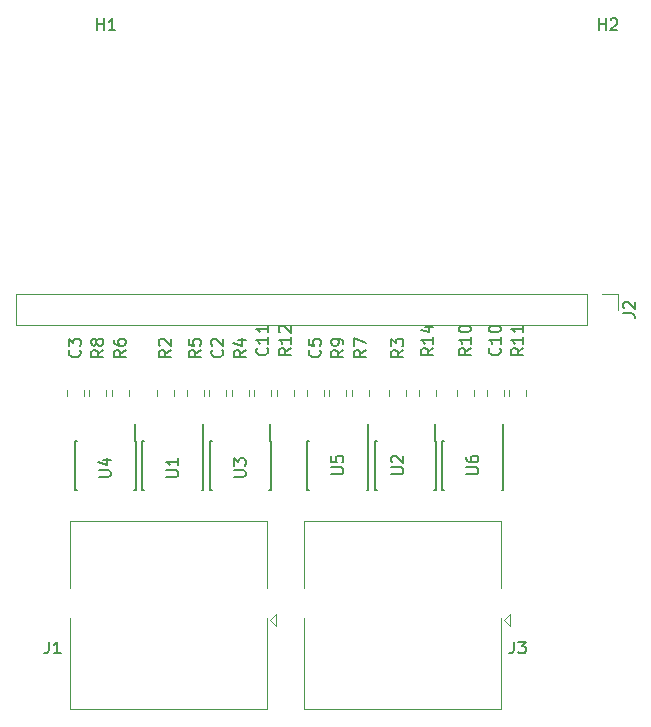
<source format=gbr>
G04 #@! TF.GenerationSoftware,KiCad,Pcbnew,(5.1.4-0)*
G04 #@! TF.CreationDate,2019-10-27T21:21:17-04:00*
G04 #@! TF.ProjectId,DifferentialSPIMaster,44696666-6572-4656-9e74-69616c535049,rev?*
G04 #@! TF.SameCoordinates,Original*
G04 #@! TF.FileFunction,Legend,Top*
G04 #@! TF.FilePolarity,Positive*
%FSLAX46Y46*%
G04 Gerber Fmt 4.6, Leading zero omitted, Abs format (unit mm)*
G04 Created by KiCad (PCBNEW (5.1.4-0)) date 2019-10-27 21:21:17*
%MOMM*%
%LPD*%
G04 APERTURE LIST*
%ADD10C,0.120000*%
%ADD11C,0.150000*%
G04 APERTURE END LIST*
D10*
X130115000Y-96343748D02*
X130115000Y-96866252D01*
X128695000Y-96343748D02*
X128695000Y-96866252D01*
X100270000Y-96866252D02*
X100270000Y-96343748D01*
X98850000Y-96866252D02*
X98850000Y-96343748D01*
X120590000Y-96871252D02*
X120590000Y-96348748D01*
X119170000Y-96871252D02*
X119170000Y-96348748D01*
X134410000Y-96871252D02*
X134410000Y-96348748D01*
X135830000Y-96871252D02*
X135830000Y-96348748D01*
X116145000Y-96866252D02*
X116145000Y-96343748D01*
X114725000Y-96866252D02*
X114725000Y-96343748D01*
D11*
X124360000Y-100640000D02*
X124310000Y-100640000D01*
X124360000Y-104790000D02*
X124215000Y-104790000D01*
X119210000Y-104790000D02*
X119355000Y-104790000D01*
X119210000Y-100640000D02*
X119355000Y-100640000D01*
X124360000Y-100640000D02*
X124360000Y-104790000D01*
X119210000Y-100640000D02*
X119210000Y-104790000D01*
X124310000Y-100640000D02*
X124310000Y-99240000D01*
X135740000Y-100640000D02*
X135740000Y-99240000D01*
X130640000Y-100640000D02*
X130640000Y-104790000D01*
X135790000Y-100640000D02*
X135790000Y-104790000D01*
X130640000Y-100640000D02*
X130785000Y-100640000D01*
X130640000Y-104790000D02*
X130785000Y-104790000D01*
X135790000Y-104790000D02*
X135645000Y-104790000D01*
X135790000Y-100640000D02*
X135740000Y-100640000D01*
D10*
X121075000Y-96866252D02*
X121075000Y-96343748D01*
X122495000Y-96866252D02*
X122495000Y-96343748D01*
X118050000Y-96866252D02*
X118050000Y-96343748D01*
X116630000Y-96866252D02*
X116630000Y-96343748D01*
X136315000Y-96871252D02*
X136315000Y-96348748D01*
X137735000Y-96871252D02*
X137735000Y-96348748D01*
X131870000Y-96348748D02*
X131870000Y-96871252D01*
X133290000Y-96348748D02*
X133290000Y-96871252D01*
X100755000Y-96871252D02*
X100755000Y-96348748D01*
X102175000Y-96871252D02*
X102175000Y-96348748D01*
X124400000Y-96343748D02*
X124400000Y-96866252D01*
X122980000Y-96343748D02*
X122980000Y-96866252D01*
D11*
X104625000Y-100640000D02*
X104625000Y-99240000D01*
X99525000Y-100640000D02*
X99525000Y-104790000D01*
X104675000Y-100640000D02*
X104675000Y-104790000D01*
X99525000Y-100640000D02*
X99670000Y-100640000D01*
X99525000Y-104790000D02*
X99670000Y-104790000D01*
X104675000Y-104790000D02*
X104530000Y-104790000D01*
X104675000Y-100640000D02*
X104625000Y-100640000D01*
D10*
X102660000Y-96343748D02*
X102660000Y-96866252D01*
X104080000Y-96343748D02*
X104080000Y-96866252D01*
D11*
X130025000Y-100640000D02*
X130025000Y-99240000D01*
X124925000Y-100640000D02*
X124925000Y-104790000D01*
X130075000Y-100640000D02*
X130075000Y-104790000D01*
X124925000Y-100640000D02*
X125070000Y-100640000D01*
X124925000Y-104790000D02*
X125070000Y-104790000D01*
X130075000Y-104790000D02*
X129930000Y-104790000D01*
X130075000Y-100640000D02*
X130025000Y-100640000D01*
D10*
X136339000Y-116288000D02*
X135839000Y-115788000D01*
X136339000Y-115288000D02*
X136339000Y-116288000D01*
X135839000Y-115788000D02*
X136339000Y-115288000D01*
X118959000Y-107473000D02*
X118959000Y-113148000D01*
X135599000Y-107473000D02*
X135599000Y-113148000D01*
X135599000Y-107473000D02*
X118959000Y-107473000D01*
X118959000Y-123353000D02*
X118959000Y-115648000D01*
X135599000Y-123353000D02*
X135599000Y-115648000D01*
X135599000Y-123353000D02*
X118959000Y-123353000D01*
X112335000Y-96343748D02*
X112335000Y-96866252D01*
X110915000Y-96343748D02*
X110915000Y-96866252D01*
X116527000Y-116288000D02*
X116027000Y-115788000D01*
X116527000Y-115288000D02*
X116527000Y-116288000D01*
X116027000Y-115788000D02*
X116527000Y-115288000D01*
X99147000Y-107473000D02*
X99147000Y-113148000D01*
X115787000Y-107473000D02*
X115787000Y-113148000D01*
X115787000Y-107473000D02*
X99147000Y-107473000D01*
X99147000Y-123353000D02*
X99147000Y-115648000D01*
X115787000Y-123353000D02*
X115787000Y-115648000D01*
X115787000Y-123353000D02*
X99147000Y-123353000D01*
X94555000Y-88205000D02*
X94555000Y-90865000D01*
X142875000Y-88205000D02*
X94555000Y-88205000D01*
X142875000Y-90865000D02*
X94555000Y-90865000D01*
X142875000Y-88205000D02*
X142875000Y-90865000D01*
X144145000Y-88205000D02*
X145475000Y-88205000D01*
X145475000Y-88205000D02*
X145475000Y-89535000D01*
X106470000Y-96866252D02*
X106470000Y-96343748D01*
X107890000Y-96866252D02*
X107890000Y-96343748D01*
X126155000Y-96866252D02*
X126155000Y-96343748D01*
X127575000Y-96866252D02*
X127575000Y-96343748D01*
X112820000Y-96348748D02*
X112820000Y-96871252D01*
X114240000Y-96348748D02*
X114240000Y-96871252D01*
X109010000Y-96343748D02*
X109010000Y-96866252D01*
X110430000Y-96343748D02*
X110430000Y-96866252D01*
D11*
X110340000Y-100640000D02*
X110340000Y-99240000D01*
X105240000Y-100640000D02*
X105240000Y-104790000D01*
X110390000Y-100640000D02*
X110390000Y-104790000D01*
X105240000Y-100640000D02*
X105385000Y-100640000D01*
X105240000Y-104790000D02*
X105385000Y-104790000D01*
X110390000Y-104790000D02*
X110245000Y-104790000D01*
X110390000Y-100640000D02*
X110340000Y-100640000D01*
X116105000Y-100640000D02*
X116055000Y-100640000D01*
X116105000Y-104790000D02*
X115960000Y-104790000D01*
X110955000Y-104790000D02*
X111100000Y-104790000D01*
X110955000Y-100640000D02*
X111100000Y-100640000D01*
X116105000Y-100640000D02*
X116105000Y-104790000D01*
X110955000Y-100640000D02*
X110955000Y-104790000D01*
X116055000Y-100640000D02*
X116055000Y-99240000D01*
X129857380Y-92802857D02*
X129381190Y-93136190D01*
X129857380Y-93374285D02*
X128857380Y-93374285D01*
X128857380Y-92993333D01*
X128905000Y-92898095D01*
X128952619Y-92850476D01*
X129047857Y-92802857D01*
X129190714Y-92802857D01*
X129285952Y-92850476D01*
X129333571Y-92898095D01*
X129381190Y-92993333D01*
X129381190Y-93374285D01*
X129857380Y-91850476D02*
X129857380Y-92421904D01*
X129857380Y-92136190D02*
X128857380Y-92136190D01*
X129000238Y-92231428D01*
X129095476Y-92326666D01*
X129143095Y-92421904D01*
X129190714Y-90993333D02*
X129857380Y-90993333D01*
X128809761Y-91231428D02*
X129524047Y-91469523D01*
X129524047Y-90850476D01*
X99917142Y-92961666D02*
X99964761Y-93009285D01*
X100012380Y-93152142D01*
X100012380Y-93247380D01*
X99964761Y-93390238D01*
X99869523Y-93485476D01*
X99774285Y-93533095D01*
X99583809Y-93580714D01*
X99440952Y-93580714D01*
X99250476Y-93533095D01*
X99155238Y-93485476D01*
X99060000Y-93390238D01*
X99012380Y-93247380D01*
X99012380Y-93152142D01*
X99060000Y-93009285D01*
X99107619Y-92961666D01*
X99012380Y-92628333D02*
X99012380Y-92009285D01*
X99393333Y-92342619D01*
X99393333Y-92199761D01*
X99440952Y-92104523D01*
X99488571Y-92056904D01*
X99583809Y-92009285D01*
X99821904Y-92009285D01*
X99917142Y-92056904D01*
X99964761Y-92104523D01*
X100012380Y-92199761D01*
X100012380Y-92485476D01*
X99964761Y-92580714D01*
X99917142Y-92628333D01*
X120237142Y-92961666D02*
X120284761Y-93009285D01*
X120332380Y-93152142D01*
X120332380Y-93247380D01*
X120284761Y-93390238D01*
X120189523Y-93485476D01*
X120094285Y-93533095D01*
X119903809Y-93580714D01*
X119760952Y-93580714D01*
X119570476Y-93533095D01*
X119475238Y-93485476D01*
X119380000Y-93390238D01*
X119332380Y-93247380D01*
X119332380Y-93152142D01*
X119380000Y-93009285D01*
X119427619Y-92961666D01*
X119332380Y-92056904D02*
X119332380Y-92533095D01*
X119808571Y-92580714D01*
X119760952Y-92533095D01*
X119713333Y-92437857D01*
X119713333Y-92199761D01*
X119760952Y-92104523D01*
X119808571Y-92056904D01*
X119903809Y-92009285D01*
X120141904Y-92009285D01*
X120237142Y-92056904D01*
X120284761Y-92104523D01*
X120332380Y-92199761D01*
X120332380Y-92437857D01*
X120284761Y-92533095D01*
X120237142Y-92580714D01*
X135477142Y-92802857D02*
X135524761Y-92850476D01*
X135572380Y-92993333D01*
X135572380Y-93088571D01*
X135524761Y-93231428D01*
X135429523Y-93326666D01*
X135334285Y-93374285D01*
X135143809Y-93421904D01*
X135000952Y-93421904D01*
X134810476Y-93374285D01*
X134715238Y-93326666D01*
X134620000Y-93231428D01*
X134572380Y-93088571D01*
X134572380Y-92993333D01*
X134620000Y-92850476D01*
X134667619Y-92802857D01*
X135572380Y-91850476D02*
X135572380Y-92421904D01*
X135572380Y-92136190D02*
X134572380Y-92136190D01*
X134715238Y-92231428D01*
X134810476Y-92326666D01*
X134858095Y-92421904D01*
X134572380Y-91231428D02*
X134572380Y-91136190D01*
X134620000Y-91040952D01*
X134667619Y-90993333D01*
X134762857Y-90945714D01*
X134953333Y-90898095D01*
X135191428Y-90898095D01*
X135381904Y-90945714D01*
X135477142Y-90993333D01*
X135524761Y-91040952D01*
X135572380Y-91136190D01*
X135572380Y-91231428D01*
X135524761Y-91326666D01*
X135477142Y-91374285D01*
X135381904Y-91421904D01*
X135191428Y-91469523D01*
X134953333Y-91469523D01*
X134762857Y-91421904D01*
X134667619Y-91374285D01*
X134620000Y-91326666D01*
X134572380Y-91231428D01*
X115792142Y-92802857D02*
X115839761Y-92850476D01*
X115887380Y-92993333D01*
X115887380Y-93088571D01*
X115839761Y-93231428D01*
X115744523Y-93326666D01*
X115649285Y-93374285D01*
X115458809Y-93421904D01*
X115315952Y-93421904D01*
X115125476Y-93374285D01*
X115030238Y-93326666D01*
X114935000Y-93231428D01*
X114887380Y-93088571D01*
X114887380Y-92993333D01*
X114935000Y-92850476D01*
X114982619Y-92802857D01*
X115887380Y-91850476D02*
X115887380Y-92421904D01*
X115887380Y-92136190D02*
X114887380Y-92136190D01*
X115030238Y-92231428D01*
X115125476Y-92326666D01*
X115173095Y-92421904D01*
X115887380Y-90898095D02*
X115887380Y-91469523D01*
X115887380Y-91183809D02*
X114887380Y-91183809D01*
X115030238Y-91279047D01*
X115125476Y-91374285D01*
X115173095Y-91469523D01*
X121237380Y-103476904D02*
X122046904Y-103476904D01*
X122142142Y-103429285D01*
X122189761Y-103381666D01*
X122237380Y-103286428D01*
X122237380Y-103095952D01*
X122189761Y-103000714D01*
X122142142Y-102953095D01*
X122046904Y-102905476D01*
X121237380Y-102905476D01*
X121237380Y-101953095D02*
X121237380Y-102429285D01*
X121713571Y-102476904D01*
X121665952Y-102429285D01*
X121618333Y-102334047D01*
X121618333Y-102095952D01*
X121665952Y-102000714D01*
X121713571Y-101953095D01*
X121808809Y-101905476D01*
X122046904Y-101905476D01*
X122142142Y-101953095D01*
X122189761Y-102000714D01*
X122237380Y-102095952D01*
X122237380Y-102334047D01*
X122189761Y-102429285D01*
X122142142Y-102476904D01*
X132667380Y-103476904D02*
X133476904Y-103476904D01*
X133572142Y-103429285D01*
X133619761Y-103381666D01*
X133667380Y-103286428D01*
X133667380Y-103095952D01*
X133619761Y-103000714D01*
X133572142Y-102953095D01*
X133476904Y-102905476D01*
X132667380Y-102905476D01*
X132667380Y-102000714D02*
X132667380Y-102191190D01*
X132715000Y-102286428D01*
X132762619Y-102334047D01*
X132905476Y-102429285D01*
X133095952Y-102476904D01*
X133476904Y-102476904D01*
X133572142Y-102429285D01*
X133619761Y-102381666D01*
X133667380Y-102286428D01*
X133667380Y-102095952D01*
X133619761Y-102000714D01*
X133572142Y-101953095D01*
X133476904Y-101905476D01*
X133238809Y-101905476D01*
X133143571Y-101953095D01*
X133095952Y-102000714D01*
X133048333Y-102095952D01*
X133048333Y-102286428D01*
X133095952Y-102381666D01*
X133143571Y-102429285D01*
X133238809Y-102476904D01*
X122237380Y-92961666D02*
X121761190Y-93295000D01*
X122237380Y-93533095D02*
X121237380Y-93533095D01*
X121237380Y-93152142D01*
X121285000Y-93056904D01*
X121332619Y-93009285D01*
X121427857Y-92961666D01*
X121570714Y-92961666D01*
X121665952Y-93009285D01*
X121713571Y-93056904D01*
X121761190Y-93152142D01*
X121761190Y-93533095D01*
X122237380Y-92485476D02*
X122237380Y-92295000D01*
X122189761Y-92199761D01*
X122142142Y-92152142D01*
X121999285Y-92056904D01*
X121808809Y-92009285D01*
X121427857Y-92009285D01*
X121332619Y-92056904D01*
X121285000Y-92104523D01*
X121237380Y-92199761D01*
X121237380Y-92390238D01*
X121285000Y-92485476D01*
X121332619Y-92533095D01*
X121427857Y-92580714D01*
X121665952Y-92580714D01*
X121761190Y-92533095D01*
X121808809Y-92485476D01*
X121856428Y-92390238D01*
X121856428Y-92199761D01*
X121808809Y-92104523D01*
X121761190Y-92056904D01*
X121665952Y-92009285D01*
X117792380Y-92802857D02*
X117316190Y-93136190D01*
X117792380Y-93374285D02*
X116792380Y-93374285D01*
X116792380Y-92993333D01*
X116840000Y-92898095D01*
X116887619Y-92850476D01*
X116982857Y-92802857D01*
X117125714Y-92802857D01*
X117220952Y-92850476D01*
X117268571Y-92898095D01*
X117316190Y-92993333D01*
X117316190Y-93374285D01*
X117792380Y-91850476D02*
X117792380Y-92421904D01*
X117792380Y-92136190D02*
X116792380Y-92136190D01*
X116935238Y-92231428D01*
X117030476Y-92326666D01*
X117078095Y-92421904D01*
X116887619Y-91469523D02*
X116840000Y-91421904D01*
X116792380Y-91326666D01*
X116792380Y-91088571D01*
X116840000Y-90993333D01*
X116887619Y-90945714D01*
X116982857Y-90898095D01*
X117078095Y-90898095D01*
X117220952Y-90945714D01*
X117792380Y-91517142D01*
X117792380Y-90898095D01*
X137477380Y-92802857D02*
X137001190Y-93136190D01*
X137477380Y-93374285D02*
X136477380Y-93374285D01*
X136477380Y-92993333D01*
X136525000Y-92898095D01*
X136572619Y-92850476D01*
X136667857Y-92802857D01*
X136810714Y-92802857D01*
X136905952Y-92850476D01*
X136953571Y-92898095D01*
X137001190Y-92993333D01*
X137001190Y-93374285D01*
X137477380Y-91850476D02*
X137477380Y-92421904D01*
X137477380Y-92136190D02*
X136477380Y-92136190D01*
X136620238Y-92231428D01*
X136715476Y-92326666D01*
X136763095Y-92421904D01*
X137477380Y-90898095D02*
X137477380Y-91469523D01*
X137477380Y-91183809D02*
X136477380Y-91183809D01*
X136620238Y-91279047D01*
X136715476Y-91374285D01*
X136763095Y-91469523D01*
X133032380Y-92802857D02*
X132556190Y-93136190D01*
X133032380Y-93374285D02*
X132032380Y-93374285D01*
X132032380Y-92993333D01*
X132080000Y-92898095D01*
X132127619Y-92850476D01*
X132222857Y-92802857D01*
X132365714Y-92802857D01*
X132460952Y-92850476D01*
X132508571Y-92898095D01*
X132556190Y-92993333D01*
X132556190Y-93374285D01*
X133032380Y-91850476D02*
X133032380Y-92421904D01*
X133032380Y-92136190D02*
X132032380Y-92136190D01*
X132175238Y-92231428D01*
X132270476Y-92326666D01*
X132318095Y-92421904D01*
X132032380Y-91231428D02*
X132032380Y-91136190D01*
X132080000Y-91040952D01*
X132127619Y-90993333D01*
X132222857Y-90945714D01*
X132413333Y-90898095D01*
X132651428Y-90898095D01*
X132841904Y-90945714D01*
X132937142Y-90993333D01*
X132984761Y-91040952D01*
X133032380Y-91136190D01*
X133032380Y-91231428D01*
X132984761Y-91326666D01*
X132937142Y-91374285D01*
X132841904Y-91421904D01*
X132651428Y-91469523D01*
X132413333Y-91469523D01*
X132222857Y-91421904D01*
X132127619Y-91374285D01*
X132080000Y-91326666D01*
X132032380Y-91231428D01*
X101917380Y-92961666D02*
X101441190Y-93295000D01*
X101917380Y-93533095D02*
X100917380Y-93533095D01*
X100917380Y-93152142D01*
X100965000Y-93056904D01*
X101012619Y-93009285D01*
X101107857Y-92961666D01*
X101250714Y-92961666D01*
X101345952Y-93009285D01*
X101393571Y-93056904D01*
X101441190Y-93152142D01*
X101441190Y-93533095D01*
X101345952Y-92390238D02*
X101298333Y-92485476D01*
X101250714Y-92533095D01*
X101155476Y-92580714D01*
X101107857Y-92580714D01*
X101012619Y-92533095D01*
X100965000Y-92485476D01*
X100917380Y-92390238D01*
X100917380Y-92199761D01*
X100965000Y-92104523D01*
X101012619Y-92056904D01*
X101107857Y-92009285D01*
X101155476Y-92009285D01*
X101250714Y-92056904D01*
X101298333Y-92104523D01*
X101345952Y-92199761D01*
X101345952Y-92390238D01*
X101393571Y-92485476D01*
X101441190Y-92533095D01*
X101536428Y-92580714D01*
X101726904Y-92580714D01*
X101822142Y-92533095D01*
X101869761Y-92485476D01*
X101917380Y-92390238D01*
X101917380Y-92199761D01*
X101869761Y-92104523D01*
X101822142Y-92056904D01*
X101726904Y-92009285D01*
X101536428Y-92009285D01*
X101441190Y-92056904D01*
X101393571Y-92104523D01*
X101345952Y-92199761D01*
X124142380Y-92961666D02*
X123666190Y-93295000D01*
X124142380Y-93533095D02*
X123142380Y-93533095D01*
X123142380Y-93152142D01*
X123190000Y-93056904D01*
X123237619Y-93009285D01*
X123332857Y-92961666D01*
X123475714Y-92961666D01*
X123570952Y-93009285D01*
X123618571Y-93056904D01*
X123666190Y-93152142D01*
X123666190Y-93533095D01*
X123142380Y-92628333D02*
X123142380Y-91961666D01*
X124142380Y-92390238D01*
X101552380Y-103716904D02*
X102361904Y-103716904D01*
X102457142Y-103669285D01*
X102504761Y-103621666D01*
X102552380Y-103526428D01*
X102552380Y-103335952D01*
X102504761Y-103240714D01*
X102457142Y-103193095D01*
X102361904Y-103145476D01*
X101552380Y-103145476D01*
X101885714Y-102240714D02*
X102552380Y-102240714D01*
X101504761Y-102478809D02*
X102219047Y-102716904D01*
X102219047Y-102097857D01*
X103822380Y-92961666D02*
X103346190Y-93295000D01*
X103822380Y-93533095D02*
X102822380Y-93533095D01*
X102822380Y-93152142D01*
X102870000Y-93056904D01*
X102917619Y-93009285D01*
X103012857Y-92961666D01*
X103155714Y-92961666D01*
X103250952Y-93009285D01*
X103298571Y-93056904D01*
X103346190Y-93152142D01*
X103346190Y-93533095D01*
X102822380Y-92104523D02*
X102822380Y-92295000D01*
X102870000Y-92390238D01*
X102917619Y-92437857D01*
X103060476Y-92533095D01*
X103250952Y-92580714D01*
X103631904Y-92580714D01*
X103727142Y-92533095D01*
X103774761Y-92485476D01*
X103822380Y-92390238D01*
X103822380Y-92199761D01*
X103774761Y-92104523D01*
X103727142Y-92056904D01*
X103631904Y-92009285D01*
X103393809Y-92009285D01*
X103298571Y-92056904D01*
X103250952Y-92104523D01*
X103203333Y-92199761D01*
X103203333Y-92390238D01*
X103250952Y-92485476D01*
X103298571Y-92533095D01*
X103393809Y-92580714D01*
X126317380Y-103476904D02*
X127126904Y-103476904D01*
X127222142Y-103429285D01*
X127269761Y-103381666D01*
X127317380Y-103286428D01*
X127317380Y-103095952D01*
X127269761Y-103000714D01*
X127222142Y-102953095D01*
X127126904Y-102905476D01*
X126317380Y-102905476D01*
X126412619Y-102476904D02*
X126365000Y-102429285D01*
X126317380Y-102334047D01*
X126317380Y-102095952D01*
X126365000Y-102000714D01*
X126412619Y-101953095D01*
X126507857Y-101905476D01*
X126603095Y-101905476D01*
X126745952Y-101953095D01*
X127317380Y-102524523D01*
X127317380Y-101905476D01*
X136691666Y-117647380D02*
X136691666Y-118361666D01*
X136644047Y-118504523D01*
X136548809Y-118599761D01*
X136405952Y-118647380D01*
X136310714Y-118647380D01*
X137072619Y-117647380D02*
X137691666Y-117647380D01*
X137358333Y-118028333D01*
X137501190Y-118028333D01*
X137596428Y-118075952D01*
X137644047Y-118123571D01*
X137691666Y-118218809D01*
X137691666Y-118456904D01*
X137644047Y-118552142D01*
X137596428Y-118599761D01*
X137501190Y-118647380D01*
X137215476Y-118647380D01*
X137120238Y-118599761D01*
X137072619Y-118552142D01*
X111982142Y-92961666D02*
X112029761Y-93009285D01*
X112077380Y-93152142D01*
X112077380Y-93247380D01*
X112029761Y-93390238D01*
X111934523Y-93485476D01*
X111839285Y-93533095D01*
X111648809Y-93580714D01*
X111505952Y-93580714D01*
X111315476Y-93533095D01*
X111220238Y-93485476D01*
X111125000Y-93390238D01*
X111077380Y-93247380D01*
X111077380Y-93152142D01*
X111125000Y-93009285D01*
X111172619Y-92961666D01*
X111172619Y-92580714D02*
X111125000Y-92533095D01*
X111077380Y-92437857D01*
X111077380Y-92199761D01*
X111125000Y-92104523D01*
X111172619Y-92056904D01*
X111267857Y-92009285D01*
X111363095Y-92009285D01*
X111505952Y-92056904D01*
X112077380Y-92628333D01*
X112077380Y-92009285D01*
X101383095Y-65887380D02*
X101383095Y-64887380D01*
X101383095Y-65363571D02*
X101954523Y-65363571D01*
X101954523Y-65887380D02*
X101954523Y-64887380D01*
X102954523Y-65887380D02*
X102383095Y-65887380D01*
X102668809Y-65887380D02*
X102668809Y-64887380D01*
X102573571Y-65030238D01*
X102478333Y-65125476D01*
X102383095Y-65173095D01*
X143883095Y-65887380D02*
X143883095Y-64887380D01*
X143883095Y-65363571D02*
X144454523Y-65363571D01*
X144454523Y-65887380D02*
X144454523Y-64887380D01*
X144883095Y-64982619D02*
X144930714Y-64935000D01*
X145025952Y-64887380D01*
X145264047Y-64887380D01*
X145359285Y-64935000D01*
X145406904Y-64982619D01*
X145454523Y-65077857D01*
X145454523Y-65173095D01*
X145406904Y-65315952D01*
X144835476Y-65887380D01*
X145454523Y-65887380D01*
X97321666Y-117647380D02*
X97321666Y-118361666D01*
X97274047Y-118504523D01*
X97178809Y-118599761D01*
X97035952Y-118647380D01*
X96940714Y-118647380D01*
X98321666Y-118647380D02*
X97750238Y-118647380D01*
X98035952Y-118647380D02*
X98035952Y-117647380D01*
X97940714Y-117790238D01*
X97845476Y-117885476D01*
X97750238Y-117933095D01*
X145927380Y-89868333D02*
X146641666Y-89868333D01*
X146784523Y-89915952D01*
X146879761Y-90011190D01*
X146927380Y-90154047D01*
X146927380Y-90249285D01*
X146022619Y-89439761D02*
X145975000Y-89392142D01*
X145927380Y-89296904D01*
X145927380Y-89058809D01*
X145975000Y-88963571D01*
X146022619Y-88915952D01*
X146117857Y-88868333D01*
X146213095Y-88868333D01*
X146355952Y-88915952D01*
X146927380Y-89487380D01*
X146927380Y-88868333D01*
X107632380Y-92961666D02*
X107156190Y-93295000D01*
X107632380Y-93533095D02*
X106632380Y-93533095D01*
X106632380Y-93152142D01*
X106680000Y-93056904D01*
X106727619Y-93009285D01*
X106822857Y-92961666D01*
X106965714Y-92961666D01*
X107060952Y-93009285D01*
X107108571Y-93056904D01*
X107156190Y-93152142D01*
X107156190Y-93533095D01*
X106727619Y-92580714D02*
X106680000Y-92533095D01*
X106632380Y-92437857D01*
X106632380Y-92199761D01*
X106680000Y-92104523D01*
X106727619Y-92056904D01*
X106822857Y-92009285D01*
X106918095Y-92009285D01*
X107060952Y-92056904D01*
X107632380Y-92628333D01*
X107632380Y-92009285D01*
X127317380Y-92961666D02*
X126841190Y-93295000D01*
X127317380Y-93533095D02*
X126317380Y-93533095D01*
X126317380Y-93152142D01*
X126365000Y-93056904D01*
X126412619Y-93009285D01*
X126507857Y-92961666D01*
X126650714Y-92961666D01*
X126745952Y-93009285D01*
X126793571Y-93056904D01*
X126841190Y-93152142D01*
X126841190Y-93533095D01*
X126317380Y-92628333D02*
X126317380Y-92009285D01*
X126698333Y-92342619D01*
X126698333Y-92199761D01*
X126745952Y-92104523D01*
X126793571Y-92056904D01*
X126888809Y-92009285D01*
X127126904Y-92009285D01*
X127222142Y-92056904D01*
X127269761Y-92104523D01*
X127317380Y-92199761D01*
X127317380Y-92485476D01*
X127269761Y-92580714D01*
X127222142Y-92628333D01*
X113982380Y-92961666D02*
X113506190Y-93295000D01*
X113982380Y-93533095D02*
X112982380Y-93533095D01*
X112982380Y-93152142D01*
X113030000Y-93056904D01*
X113077619Y-93009285D01*
X113172857Y-92961666D01*
X113315714Y-92961666D01*
X113410952Y-93009285D01*
X113458571Y-93056904D01*
X113506190Y-93152142D01*
X113506190Y-93533095D01*
X113315714Y-92104523D02*
X113982380Y-92104523D01*
X112934761Y-92342619D02*
X113649047Y-92580714D01*
X113649047Y-91961666D01*
X110172380Y-92961666D02*
X109696190Y-93295000D01*
X110172380Y-93533095D02*
X109172380Y-93533095D01*
X109172380Y-93152142D01*
X109220000Y-93056904D01*
X109267619Y-93009285D01*
X109362857Y-92961666D01*
X109505714Y-92961666D01*
X109600952Y-93009285D01*
X109648571Y-93056904D01*
X109696190Y-93152142D01*
X109696190Y-93533095D01*
X109172380Y-92056904D02*
X109172380Y-92533095D01*
X109648571Y-92580714D01*
X109600952Y-92533095D01*
X109553333Y-92437857D01*
X109553333Y-92199761D01*
X109600952Y-92104523D01*
X109648571Y-92056904D01*
X109743809Y-92009285D01*
X109981904Y-92009285D01*
X110077142Y-92056904D01*
X110124761Y-92104523D01*
X110172380Y-92199761D01*
X110172380Y-92437857D01*
X110124761Y-92533095D01*
X110077142Y-92580714D01*
X107267380Y-103716904D02*
X108076904Y-103716904D01*
X108172142Y-103669285D01*
X108219761Y-103621666D01*
X108267380Y-103526428D01*
X108267380Y-103335952D01*
X108219761Y-103240714D01*
X108172142Y-103193095D01*
X108076904Y-103145476D01*
X107267380Y-103145476D01*
X108267380Y-102145476D02*
X108267380Y-102716904D01*
X108267380Y-102431190D02*
X107267380Y-102431190D01*
X107410238Y-102526428D01*
X107505476Y-102621666D01*
X107553095Y-102716904D01*
X112982380Y-103716904D02*
X113791904Y-103716904D01*
X113887142Y-103669285D01*
X113934761Y-103621666D01*
X113982380Y-103526428D01*
X113982380Y-103335952D01*
X113934761Y-103240714D01*
X113887142Y-103193095D01*
X113791904Y-103145476D01*
X112982380Y-103145476D01*
X112982380Y-102764523D02*
X112982380Y-102145476D01*
X113363333Y-102478809D01*
X113363333Y-102335952D01*
X113410952Y-102240714D01*
X113458571Y-102193095D01*
X113553809Y-102145476D01*
X113791904Y-102145476D01*
X113887142Y-102193095D01*
X113934761Y-102240714D01*
X113982380Y-102335952D01*
X113982380Y-102621666D01*
X113934761Y-102716904D01*
X113887142Y-102764523D01*
M02*

</source>
